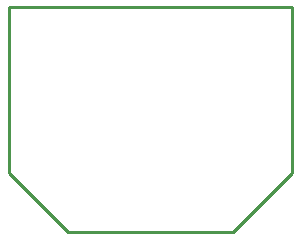
<source format=gtp>
G04*
G04 #@! TF.GenerationSoftware,Altium Limited,Altium Designer,21.6.4 (81)*
G04*
G04 Layer_Color=8421504*
%FSLAX25Y25*%
%MOIN*%
G70*
G04*
G04 #@! TF.SameCoordinates,E44EF727-AEEB-4240-987C-FE85ED8235F7*
G04*
G04*
G04 #@! TF.FilePolarity,Positive*
G04*
G01*
G75*
%ADD10C,0.01000*%
D10*
X-19685Y74803D02*
X74803D01*
Y19685D02*
Y74803D01*
X55118Y0D02*
X74803Y19685D01*
X0Y0D02*
X55118D01*
X-19685Y19685D02*
X0Y0D01*
X-19685Y19685D02*
Y74803D01*
M02*

</source>
